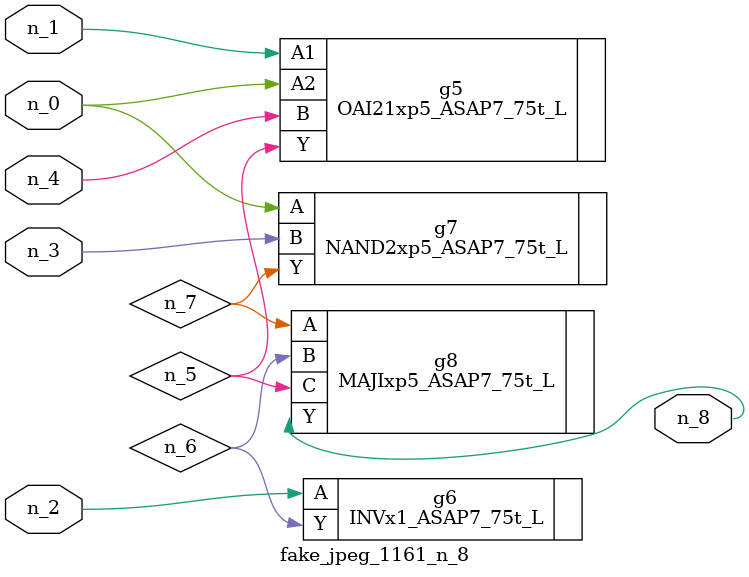
<source format=v>
module fake_jpeg_1161_n_8 (n_3, n_2, n_1, n_0, n_4, n_8);

input n_3;
input n_2;
input n_1;
input n_0;
input n_4;

output n_8;

wire n_6;
wire n_5;
wire n_7;

OAI21xp5_ASAP7_75t_L g5 ( 
.A1(n_1),
.A2(n_0),
.B(n_4),
.Y(n_5)
);

INVx1_ASAP7_75t_L g6 ( 
.A(n_2),
.Y(n_6)
);

NAND2xp5_ASAP7_75t_L g7 ( 
.A(n_0),
.B(n_3),
.Y(n_7)
);

MAJIxp5_ASAP7_75t_L g8 ( 
.A(n_7),
.B(n_6),
.C(n_5),
.Y(n_8)
);


endmodule
</source>
